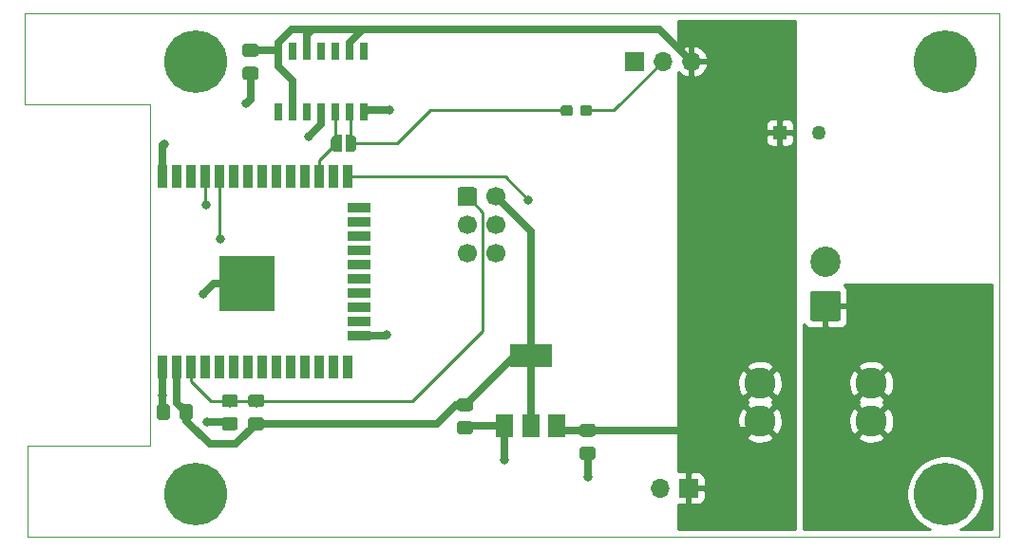
<source format=gbr>
%TF.GenerationSoftware,KiCad,Pcbnew,(5.1.4)-1*%
%TF.CreationDate,2021-02-10T09:57:32+00:00*%
%TF.ProjectId,WLED Module,574c4544-204d-46f6-9475-6c652e6b6963,rev?*%
%TF.SameCoordinates,Original*%
%TF.FileFunction,Copper,L1,Top*%
%TF.FilePolarity,Positive*%
%FSLAX46Y46*%
G04 Gerber Fmt 4.6, Leading zero omitted, Abs format (unit mm)*
G04 Created by KiCad (PCBNEW (5.1.4)-1) date 2021-02-10 09:57:32*
%MOMM*%
%LPD*%
G04 APERTURE LIST*
%ADD10C,0.050000*%
%ADD11C,1.700000*%
%ADD12C,0.100000*%
%ADD13R,0.650000X1.525000*%
%ADD14C,1.275000*%
%ADD15R,1.275000X1.275000*%
%ADD16C,5.600000*%
%ADD17C,2.700000*%
%ADD18C,2.780000*%
%ADD19O,1.700000X1.700000*%
%ADD20R,1.700000X1.700000*%
%ADD21C,1.150000*%
%ADD22C,0.500000*%
%ADD23C,0.950000*%
%ADD24R,5.000000X5.000000*%
%ADD25R,0.900000X2.000000*%
%ADD26R,2.000000X0.900000*%
%ADD27R,3.800000X2.000000*%
%ADD28R,1.500000X2.000000*%
%ADD29C,0.800000*%
%ADD30C,0.635000*%
%ADD31C,0.250000*%
%ADD32C,0.254000*%
G04 APERTURE END LIST*
D10*
X254254000Y-130048000D02*
X259334000Y-130048000D01*
X172466000Y-83312000D02*
X259334000Y-83312000D01*
X259334000Y-83312000D02*
X259334000Y-130048000D01*
X183642000Y-91440000D02*
X182880000Y-91440000D01*
X183642000Y-121920000D02*
X183642000Y-91440000D01*
X182880000Y-121920000D02*
X183642000Y-121920000D01*
X254254000Y-130048000D02*
X172720000Y-130048000D01*
X172466000Y-91440000D02*
X172466000Y-83312000D01*
X182880000Y-91440000D02*
X172466000Y-91440000D01*
X172720000Y-121920000D02*
X182880000Y-121920000D01*
X172720000Y-130048000D02*
X172720000Y-121920000D01*
D11*
X214440000Y-104780000D03*
X214440000Y-102240000D03*
X214440000Y-99700000D03*
X211900000Y-104780000D03*
X211900000Y-102240000D03*
D12*
G36*
X212524504Y-98851204D02*
G01*
X212548773Y-98854804D01*
X212572571Y-98860765D01*
X212595671Y-98869030D01*
X212617849Y-98879520D01*
X212638893Y-98892133D01*
X212658598Y-98906747D01*
X212676777Y-98923223D01*
X212693253Y-98941402D01*
X212707867Y-98961107D01*
X212720480Y-98982151D01*
X212730970Y-99004329D01*
X212739235Y-99027429D01*
X212745196Y-99051227D01*
X212748796Y-99075496D01*
X212750000Y-99100000D01*
X212750000Y-100300000D01*
X212748796Y-100324504D01*
X212745196Y-100348773D01*
X212739235Y-100372571D01*
X212730970Y-100395671D01*
X212720480Y-100417849D01*
X212707867Y-100438893D01*
X212693253Y-100458598D01*
X212676777Y-100476777D01*
X212658598Y-100493253D01*
X212638893Y-100507867D01*
X212617849Y-100520480D01*
X212595671Y-100530970D01*
X212572571Y-100539235D01*
X212548773Y-100545196D01*
X212524504Y-100548796D01*
X212500000Y-100550000D01*
X211300000Y-100550000D01*
X211275496Y-100548796D01*
X211251227Y-100545196D01*
X211227429Y-100539235D01*
X211204329Y-100530970D01*
X211182151Y-100520480D01*
X211161107Y-100507867D01*
X211141402Y-100493253D01*
X211123223Y-100476777D01*
X211106747Y-100458598D01*
X211092133Y-100438893D01*
X211079520Y-100417849D01*
X211069030Y-100395671D01*
X211060765Y-100372571D01*
X211054804Y-100348773D01*
X211051204Y-100324504D01*
X211050000Y-100300000D01*
X211050000Y-99100000D01*
X211051204Y-99075496D01*
X211054804Y-99051227D01*
X211060765Y-99027429D01*
X211069030Y-99004329D01*
X211079520Y-98982151D01*
X211092133Y-98961107D01*
X211106747Y-98941402D01*
X211123223Y-98923223D01*
X211141402Y-98906747D01*
X211161107Y-98892133D01*
X211182151Y-98879520D01*
X211204329Y-98869030D01*
X211227429Y-98860765D01*
X211251227Y-98854804D01*
X211275496Y-98851204D01*
X211300000Y-98850000D01*
X212500000Y-98850000D01*
X212524504Y-98851204D01*
X212524504Y-98851204D01*
G37*
D11*
X211900000Y-99700000D03*
D13*
X195068000Y-86686000D03*
X196338000Y-86686000D03*
X197608000Y-86686000D03*
X198878000Y-86686000D03*
X200148000Y-86686000D03*
X201418000Y-86686000D03*
X202688000Y-86686000D03*
X202688000Y-92110000D03*
X201418000Y-92110000D03*
X200148000Y-92110000D03*
X198878000Y-92110000D03*
X197608000Y-92110000D03*
X196338000Y-92110000D03*
X195068000Y-92110000D03*
D14*
X243276000Y-93980000D03*
D15*
X239776000Y-93980000D03*
D16*
X254508000Y-126238000D03*
X254508000Y-87630000D03*
X187706000Y-126238000D03*
X187706000Y-87630000D03*
D17*
X243840000Y-105514000D03*
D12*
G36*
X244964503Y-108125204D02*
G01*
X244988772Y-108128804D01*
X245012570Y-108134765D01*
X245035670Y-108143030D01*
X245057849Y-108153520D01*
X245078892Y-108166133D01*
X245098598Y-108180748D01*
X245116776Y-108197224D01*
X245133252Y-108215402D01*
X245147867Y-108235108D01*
X245160480Y-108256151D01*
X245170970Y-108278330D01*
X245179235Y-108301430D01*
X245185196Y-108325228D01*
X245188796Y-108349497D01*
X245190000Y-108374001D01*
X245190000Y-110573999D01*
X245188796Y-110598503D01*
X245185196Y-110622772D01*
X245179235Y-110646570D01*
X245170970Y-110669670D01*
X245160480Y-110691849D01*
X245147867Y-110712892D01*
X245133252Y-110732598D01*
X245116776Y-110750776D01*
X245098598Y-110767252D01*
X245078892Y-110781867D01*
X245057849Y-110794480D01*
X245035670Y-110804970D01*
X245012570Y-110813235D01*
X244988772Y-110819196D01*
X244964503Y-110822796D01*
X244939999Y-110824000D01*
X242740001Y-110824000D01*
X242715497Y-110822796D01*
X242691228Y-110819196D01*
X242667430Y-110813235D01*
X242644330Y-110804970D01*
X242622151Y-110794480D01*
X242601108Y-110781867D01*
X242581402Y-110767252D01*
X242563224Y-110750776D01*
X242546748Y-110732598D01*
X242532133Y-110712892D01*
X242519520Y-110691849D01*
X242509030Y-110669670D01*
X242500765Y-110646570D01*
X242494804Y-110622772D01*
X242491204Y-110598503D01*
X242490000Y-110573999D01*
X242490000Y-108374001D01*
X242491204Y-108349497D01*
X242494804Y-108325228D01*
X242500765Y-108301430D01*
X242509030Y-108278330D01*
X242519520Y-108256151D01*
X242532133Y-108235108D01*
X242546748Y-108215402D01*
X242563224Y-108197224D01*
X242581402Y-108180748D01*
X242601108Y-108166133D01*
X242622151Y-108153520D01*
X242644330Y-108143030D01*
X242667430Y-108134765D01*
X242691228Y-108128804D01*
X242715497Y-108125204D01*
X242740001Y-108124000D01*
X244939999Y-108124000D01*
X244964503Y-108125204D01*
X244964503Y-108125204D01*
G37*
D17*
X243840000Y-109474000D03*
D18*
X247918000Y-119732000D03*
X247918000Y-116332000D03*
X237998000Y-119732000D03*
X237998000Y-116332000D03*
D19*
X231902000Y-87630000D03*
X229362000Y-87630000D03*
D20*
X226822000Y-87630000D03*
D12*
G36*
X193060505Y-86053204D02*
G01*
X193084773Y-86056804D01*
X193108572Y-86062765D01*
X193131671Y-86071030D01*
X193153850Y-86081520D01*
X193174893Y-86094132D01*
X193194599Y-86108747D01*
X193212777Y-86125223D01*
X193229253Y-86143401D01*
X193243868Y-86163107D01*
X193256480Y-86184150D01*
X193266970Y-86206329D01*
X193275235Y-86229428D01*
X193281196Y-86253227D01*
X193284796Y-86277495D01*
X193286000Y-86301999D01*
X193286000Y-86952001D01*
X193284796Y-86976505D01*
X193281196Y-87000773D01*
X193275235Y-87024572D01*
X193266970Y-87047671D01*
X193256480Y-87069850D01*
X193243868Y-87090893D01*
X193229253Y-87110599D01*
X193212777Y-87128777D01*
X193194599Y-87145253D01*
X193174893Y-87159868D01*
X193153850Y-87172480D01*
X193131671Y-87182970D01*
X193108572Y-87191235D01*
X193084773Y-87197196D01*
X193060505Y-87200796D01*
X193036001Y-87202000D01*
X192135999Y-87202000D01*
X192111495Y-87200796D01*
X192087227Y-87197196D01*
X192063428Y-87191235D01*
X192040329Y-87182970D01*
X192018150Y-87172480D01*
X191997107Y-87159868D01*
X191977401Y-87145253D01*
X191959223Y-87128777D01*
X191942747Y-87110599D01*
X191928132Y-87090893D01*
X191915520Y-87069850D01*
X191905030Y-87047671D01*
X191896765Y-87024572D01*
X191890804Y-87000773D01*
X191887204Y-86976505D01*
X191886000Y-86952001D01*
X191886000Y-86301999D01*
X191887204Y-86277495D01*
X191890804Y-86253227D01*
X191896765Y-86229428D01*
X191905030Y-86206329D01*
X191915520Y-86184150D01*
X191928132Y-86163107D01*
X191942747Y-86143401D01*
X191959223Y-86125223D01*
X191977401Y-86108747D01*
X191997107Y-86094132D01*
X192018150Y-86081520D01*
X192040329Y-86071030D01*
X192063428Y-86062765D01*
X192087227Y-86056804D01*
X192111495Y-86053204D01*
X192135999Y-86052000D01*
X193036001Y-86052000D01*
X193060505Y-86053204D01*
X193060505Y-86053204D01*
G37*
D21*
X192586000Y-86627000D03*
D12*
G36*
X193060505Y-88103204D02*
G01*
X193084773Y-88106804D01*
X193108572Y-88112765D01*
X193131671Y-88121030D01*
X193153850Y-88131520D01*
X193174893Y-88144132D01*
X193194599Y-88158747D01*
X193212777Y-88175223D01*
X193229253Y-88193401D01*
X193243868Y-88213107D01*
X193256480Y-88234150D01*
X193266970Y-88256329D01*
X193275235Y-88279428D01*
X193281196Y-88303227D01*
X193284796Y-88327495D01*
X193286000Y-88351999D01*
X193286000Y-89002001D01*
X193284796Y-89026505D01*
X193281196Y-89050773D01*
X193275235Y-89074572D01*
X193266970Y-89097671D01*
X193256480Y-89119850D01*
X193243868Y-89140893D01*
X193229253Y-89160599D01*
X193212777Y-89178777D01*
X193194599Y-89195253D01*
X193174893Y-89209868D01*
X193153850Y-89222480D01*
X193131671Y-89232970D01*
X193108572Y-89241235D01*
X193084773Y-89247196D01*
X193060505Y-89250796D01*
X193036001Y-89252000D01*
X192135999Y-89252000D01*
X192111495Y-89250796D01*
X192087227Y-89247196D01*
X192063428Y-89241235D01*
X192040329Y-89232970D01*
X192018150Y-89222480D01*
X191997107Y-89209868D01*
X191977401Y-89195253D01*
X191959223Y-89178777D01*
X191942747Y-89160599D01*
X191928132Y-89140893D01*
X191915520Y-89119850D01*
X191905030Y-89097671D01*
X191896765Y-89074572D01*
X191890804Y-89050773D01*
X191887204Y-89026505D01*
X191886000Y-89002001D01*
X191886000Y-88351999D01*
X191887204Y-88327495D01*
X191890804Y-88303227D01*
X191896765Y-88279428D01*
X191905030Y-88256329D01*
X191915520Y-88234150D01*
X191928132Y-88213107D01*
X191942747Y-88193401D01*
X191959223Y-88175223D01*
X191977401Y-88158747D01*
X191997107Y-88144132D01*
X192018150Y-88131520D01*
X192040329Y-88121030D01*
X192063428Y-88112765D01*
X192087227Y-88106804D01*
X192111495Y-88103204D01*
X192135999Y-88102000D01*
X193036001Y-88102000D01*
X193060505Y-88103204D01*
X193060505Y-88103204D01*
G37*
D21*
X192586000Y-88677000D03*
D12*
G36*
X223116505Y-119981204D02*
G01*
X223140773Y-119984804D01*
X223164572Y-119990765D01*
X223187671Y-119999030D01*
X223209850Y-120009520D01*
X223230893Y-120022132D01*
X223250599Y-120036747D01*
X223268777Y-120053223D01*
X223285253Y-120071401D01*
X223299868Y-120091107D01*
X223312480Y-120112150D01*
X223322970Y-120134329D01*
X223331235Y-120157428D01*
X223337196Y-120181227D01*
X223340796Y-120205495D01*
X223342000Y-120229999D01*
X223342000Y-120880001D01*
X223340796Y-120904505D01*
X223337196Y-120928773D01*
X223331235Y-120952572D01*
X223322970Y-120975671D01*
X223312480Y-120997850D01*
X223299868Y-121018893D01*
X223285253Y-121038599D01*
X223268777Y-121056777D01*
X223250599Y-121073253D01*
X223230893Y-121087868D01*
X223209850Y-121100480D01*
X223187671Y-121110970D01*
X223164572Y-121119235D01*
X223140773Y-121125196D01*
X223116505Y-121128796D01*
X223092001Y-121130000D01*
X222191999Y-121130000D01*
X222167495Y-121128796D01*
X222143227Y-121125196D01*
X222119428Y-121119235D01*
X222096329Y-121110970D01*
X222074150Y-121100480D01*
X222053107Y-121087868D01*
X222033401Y-121073253D01*
X222015223Y-121056777D01*
X221998747Y-121038599D01*
X221984132Y-121018893D01*
X221971520Y-120997850D01*
X221961030Y-120975671D01*
X221952765Y-120952572D01*
X221946804Y-120928773D01*
X221943204Y-120904505D01*
X221942000Y-120880001D01*
X221942000Y-120229999D01*
X221943204Y-120205495D01*
X221946804Y-120181227D01*
X221952765Y-120157428D01*
X221961030Y-120134329D01*
X221971520Y-120112150D01*
X221984132Y-120091107D01*
X221998747Y-120071401D01*
X222015223Y-120053223D01*
X222033401Y-120036747D01*
X222053107Y-120022132D01*
X222074150Y-120009520D01*
X222096329Y-119999030D01*
X222119428Y-119990765D01*
X222143227Y-119984804D01*
X222167495Y-119981204D01*
X222191999Y-119980000D01*
X223092001Y-119980000D01*
X223116505Y-119981204D01*
X223116505Y-119981204D01*
G37*
D21*
X222642000Y-120555000D03*
D12*
G36*
X223116505Y-122031204D02*
G01*
X223140773Y-122034804D01*
X223164572Y-122040765D01*
X223187671Y-122049030D01*
X223209850Y-122059520D01*
X223230893Y-122072132D01*
X223250599Y-122086747D01*
X223268777Y-122103223D01*
X223285253Y-122121401D01*
X223299868Y-122141107D01*
X223312480Y-122162150D01*
X223322970Y-122184329D01*
X223331235Y-122207428D01*
X223337196Y-122231227D01*
X223340796Y-122255495D01*
X223342000Y-122279999D01*
X223342000Y-122930001D01*
X223340796Y-122954505D01*
X223337196Y-122978773D01*
X223331235Y-123002572D01*
X223322970Y-123025671D01*
X223312480Y-123047850D01*
X223299868Y-123068893D01*
X223285253Y-123088599D01*
X223268777Y-123106777D01*
X223250599Y-123123253D01*
X223230893Y-123137868D01*
X223209850Y-123150480D01*
X223187671Y-123160970D01*
X223164572Y-123169235D01*
X223140773Y-123175196D01*
X223116505Y-123178796D01*
X223092001Y-123180000D01*
X222191999Y-123180000D01*
X222167495Y-123178796D01*
X222143227Y-123175196D01*
X222119428Y-123169235D01*
X222096329Y-123160970D01*
X222074150Y-123150480D01*
X222053107Y-123137868D01*
X222033401Y-123123253D01*
X222015223Y-123106777D01*
X221998747Y-123088599D01*
X221984132Y-123068893D01*
X221971520Y-123047850D01*
X221961030Y-123025671D01*
X221952765Y-123002572D01*
X221946804Y-122978773D01*
X221943204Y-122954505D01*
X221942000Y-122930001D01*
X221942000Y-122279999D01*
X221943204Y-122255495D01*
X221946804Y-122231227D01*
X221952765Y-122207428D01*
X221961030Y-122184329D01*
X221971520Y-122162150D01*
X221984132Y-122141107D01*
X221998747Y-122121401D01*
X222015223Y-122103223D01*
X222033401Y-122086747D01*
X222053107Y-122072132D01*
X222074150Y-122059520D01*
X222096329Y-122049030D01*
X222119428Y-122040765D01*
X222143227Y-122034804D01*
X222167495Y-122031204D01*
X222191999Y-122030000D01*
X223092001Y-122030000D01*
X223116505Y-122031204D01*
X223116505Y-122031204D01*
G37*
D21*
X222642000Y-122605000D03*
D12*
G36*
X212194505Y-119745204D02*
G01*
X212218773Y-119748804D01*
X212242572Y-119754765D01*
X212265671Y-119763030D01*
X212287850Y-119773520D01*
X212308893Y-119786132D01*
X212328599Y-119800747D01*
X212346777Y-119817223D01*
X212363253Y-119835401D01*
X212377868Y-119855107D01*
X212390480Y-119876150D01*
X212400970Y-119898329D01*
X212409235Y-119921428D01*
X212415196Y-119945227D01*
X212418796Y-119969495D01*
X212420000Y-119993999D01*
X212420000Y-120644001D01*
X212418796Y-120668505D01*
X212415196Y-120692773D01*
X212409235Y-120716572D01*
X212400970Y-120739671D01*
X212390480Y-120761850D01*
X212377868Y-120782893D01*
X212363253Y-120802599D01*
X212346777Y-120820777D01*
X212328599Y-120837253D01*
X212308893Y-120851868D01*
X212287850Y-120864480D01*
X212265671Y-120874970D01*
X212242572Y-120883235D01*
X212218773Y-120889196D01*
X212194505Y-120892796D01*
X212170001Y-120894000D01*
X211269999Y-120894000D01*
X211245495Y-120892796D01*
X211221227Y-120889196D01*
X211197428Y-120883235D01*
X211174329Y-120874970D01*
X211152150Y-120864480D01*
X211131107Y-120851868D01*
X211111401Y-120837253D01*
X211093223Y-120820777D01*
X211076747Y-120802599D01*
X211062132Y-120782893D01*
X211049520Y-120761850D01*
X211039030Y-120739671D01*
X211030765Y-120716572D01*
X211024804Y-120692773D01*
X211021204Y-120668505D01*
X211020000Y-120644001D01*
X211020000Y-119993999D01*
X211021204Y-119969495D01*
X211024804Y-119945227D01*
X211030765Y-119921428D01*
X211039030Y-119898329D01*
X211049520Y-119876150D01*
X211062132Y-119855107D01*
X211076747Y-119835401D01*
X211093223Y-119817223D01*
X211111401Y-119800747D01*
X211131107Y-119786132D01*
X211152150Y-119773520D01*
X211174329Y-119763030D01*
X211197428Y-119754765D01*
X211221227Y-119748804D01*
X211245495Y-119745204D01*
X211269999Y-119744000D01*
X212170001Y-119744000D01*
X212194505Y-119745204D01*
X212194505Y-119745204D01*
G37*
D21*
X211720000Y-120319000D03*
D12*
G36*
X212194505Y-117695204D02*
G01*
X212218773Y-117698804D01*
X212242572Y-117704765D01*
X212265671Y-117713030D01*
X212287850Y-117723520D01*
X212308893Y-117736132D01*
X212328599Y-117750747D01*
X212346777Y-117767223D01*
X212363253Y-117785401D01*
X212377868Y-117805107D01*
X212390480Y-117826150D01*
X212400970Y-117848329D01*
X212409235Y-117871428D01*
X212415196Y-117895227D01*
X212418796Y-117919495D01*
X212420000Y-117943999D01*
X212420000Y-118594001D01*
X212418796Y-118618505D01*
X212415196Y-118642773D01*
X212409235Y-118666572D01*
X212400970Y-118689671D01*
X212390480Y-118711850D01*
X212377868Y-118732893D01*
X212363253Y-118752599D01*
X212346777Y-118770777D01*
X212328599Y-118787253D01*
X212308893Y-118801868D01*
X212287850Y-118814480D01*
X212265671Y-118824970D01*
X212242572Y-118833235D01*
X212218773Y-118839196D01*
X212194505Y-118842796D01*
X212170001Y-118844000D01*
X211269999Y-118844000D01*
X211245495Y-118842796D01*
X211221227Y-118839196D01*
X211197428Y-118833235D01*
X211174329Y-118824970D01*
X211152150Y-118814480D01*
X211131107Y-118801868D01*
X211111401Y-118787253D01*
X211093223Y-118770777D01*
X211076747Y-118752599D01*
X211062132Y-118732893D01*
X211049520Y-118711850D01*
X211039030Y-118689671D01*
X211030765Y-118666572D01*
X211024804Y-118642773D01*
X211021204Y-118618505D01*
X211020000Y-118594001D01*
X211020000Y-117943999D01*
X211021204Y-117919495D01*
X211024804Y-117895227D01*
X211030765Y-117871428D01*
X211039030Y-117848329D01*
X211049520Y-117826150D01*
X211062132Y-117805107D01*
X211076747Y-117785401D01*
X211093223Y-117767223D01*
X211111401Y-117750747D01*
X211131107Y-117736132D01*
X211152150Y-117723520D01*
X211174329Y-117713030D01*
X211197428Y-117704765D01*
X211221227Y-117698804D01*
X211245495Y-117695204D01*
X211269999Y-117694000D01*
X212170001Y-117694000D01*
X212194505Y-117695204D01*
X212194505Y-117695204D01*
G37*
D21*
X211720000Y-118269000D03*
D12*
G36*
X187218505Y-118217204D02*
G01*
X187242773Y-118220804D01*
X187266572Y-118226765D01*
X187289671Y-118235030D01*
X187311850Y-118245520D01*
X187332893Y-118258132D01*
X187352599Y-118272747D01*
X187370777Y-118289223D01*
X187387253Y-118307401D01*
X187401868Y-118327107D01*
X187414480Y-118348150D01*
X187424970Y-118370329D01*
X187433235Y-118393428D01*
X187439196Y-118417227D01*
X187442796Y-118441495D01*
X187444000Y-118465999D01*
X187444000Y-119366001D01*
X187442796Y-119390505D01*
X187439196Y-119414773D01*
X187433235Y-119438572D01*
X187424970Y-119461671D01*
X187414480Y-119483850D01*
X187401868Y-119504893D01*
X187387253Y-119524599D01*
X187370777Y-119542777D01*
X187352599Y-119559253D01*
X187332893Y-119573868D01*
X187311850Y-119586480D01*
X187289671Y-119596970D01*
X187266572Y-119605235D01*
X187242773Y-119611196D01*
X187218505Y-119614796D01*
X187194001Y-119616000D01*
X186543999Y-119616000D01*
X186519495Y-119614796D01*
X186495227Y-119611196D01*
X186471428Y-119605235D01*
X186448329Y-119596970D01*
X186426150Y-119586480D01*
X186405107Y-119573868D01*
X186385401Y-119559253D01*
X186367223Y-119542777D01*
X186350747Y-119524599D01*
X186336132Y-119504893D01*
X186323520Y-119483850D01*
X186313030Y-119461671D01*
X186304765Y-119438572D01*
X186298804Y-119414773D01*
X186295204Y-119390505D01*
X186294000Y-119366001D01*
X186294000Y-118465999D01*
X186295204Y-118441495D01*
X186298804Y-118417227D01*
X186304765Y-118393428D01*
X186313030Y-118370329D01*
X186323520Y-118348150D01*
X186336132Y-118327107D01*
X186350747Y-118307401D01*
X186367223Y-118289223D01*
X186385401Y-118272747D01*
X186405107Y-118258132D01*
X186426150Y-118245520D01*
X186448329Y-118235030D01*
X186471428Y-118226765D01*
X186495227Y-118220804D01*
X186519495Y-118217204D01*
X186543999Y-118216000D01*
X187194001Y-118216000D01*
X187218505Y-118217204D01*
X187218505Y-118217204D01*
G37*
D21*
X186869000Y-118916000D03*
D12*
G36*
X185168505Y-118217204D02*
G01*
X185192773Y-118220804D01*
X185216572Y-118226765D01*
X185239671Y-118235030D01*
X185261850Y-118245520D01*
X185282893Y-118258132D01*
X185302599Y-118272747D01*
X185320777Y-118289223D01*
X185337253Y-118307401D01*
X185351868Y-118327107D01*
X185364480Y-118348150D01*
X185374970Y-118370329D01*
X185383235Y-118393428D01*
X185389196Y-118417227D01*
X185392796Y-118441495D01*
X185394000Y-118465999D01*
X185394000Y-119366001D01*
X185392796Y-119390505D01*
X185389196Y-119414773D01*
X185383235Y-119438572D01*
X185374970Y-119461671D01*
X185364480Y-119483850D01*
X185351868Y-119504893D01*
X185337253Y-119524599D01*
X185320777Y-119542777D01*
X185302599Y-119559253D01*
X185282893Y-119573868D01*
X185261850Y-119586480D01*
X185239671Y-119596970D01*
X185216572Y-119605235D01*
X185192773Y-119611196D01*
X185168505Y-119614796D01*
X185144001Y-119616000D01*
X184493999Y-119616000D01*
X184469495Y-119614796D01*
X184445227Y-119611196D01*
X184421428Y-119605235D01*
X184398329Y-119596970D01*
X184376150Y-119586480D01*
X184355107Y-119573868D01*
X184335401Y-119559253D01*
X184317223Y-119542777D01*
X184300747Y-119524599D01*
X184286132Y-119504893D01*
X184273520Y-119483850D01*
X184263030Y-119461671D01*
X184254765Y-119438572D01*
X184248804Y-119414773D01*
X184245204Y-119390505D01*
X184244000Y-119366001D01*
X184244000Y-118465999D01*
X184245204Y-118441495D01*
X184248804Y-118417227D01*
X184254765Y-118393428D01*
X184263030Y-118370329D01*
X184273520Y-118348150D01*
X184286132Y-118327107D01*
X184300747Y-118307401D01*
X184317223Y-118289223D01*
X184335401Y-118272747D01*
X184355107Y-118258132D01*
X184376150Y-118245520D01*
X184398329Y-118235030D01*
X184421428Y-118226765D01*
X184445227Y-118220804D01*
X184469495Y-118217204D01*
X184493999Y-118216000D01*
X185144001Y-118216000D01*
X185168505Y-118217204D01*
X185168505Y-118217204D01*
G37*
D21*
X184819000Y-118916000D03*
D12*
G36*
X191224505Y-117351204D02*
G01*
X191248773Y-117354804D01*
X191272572Y-117360765D01*
X191295671Y-117369030D01*
X191317850Y-117379520D01*
X191338893Y-117392132D01*
X191358599Y-117406747D01*
X191376777Y-117423223D01*
X191393253Y-117441401D01*
X191407868Y-117461107D01*
X191420480Y-117482150D01*
X191430970Y-117504329D01*
X191439235Y-117527428D01*
X191445196Y-117551227D01*
X191448796Y-117575495D01*
X191450000Y-117599999D01*
X191450000Y-118250001D01*
X191448796Y-118274505D01*
X191445196Y-118298773D01*
X191439235Y-118322572D01*
X191430970Y-118345671D01*
X191420480Y-118367850D01*
X191407868Y-118388893D01*
X191393253Y-118408599D01*
X191376777Y-118426777D01*
X191358599Y-118443253D01*
X191338893Y-118457868D01*
X191317850Y-118470480D01*
X191295671Y-118480970D01*
X191272572Y-118489235D01*
X191248773Y-118495196D01*
X191224505Y-118498796D01*
X191200001Y-118500000D01*
X190299999Y-118500000D01*
X190275495Y-118498796D01*
X190251227Y-118495196D01*
X190227428Y-118489235D01*
X190204329Y-118480970D01*
X190182150Y-118470480D01*
X190161107Y-118457868D01*
X190141401Y-118443253D01*
X190123223Y-118426777D01*
X190106747Y-118408599D01*
X190092132Y-118388893D01*
X190079520Y-118367850D01*
X190069030Y-118345671D01*
X190060765Y-118322572D01*
X190054804Y-118298773D01*
X190051204Y-118274505D01*
X190050000Y-118250001D01*
X190050000Y-117599999D01*
X190051204Y-117575495D01*
X190054804Y-117551227D01*
X190060765Y-117527428D01*
X190069030Y-117504329D01*
X190079520Y-117482150D01*
X190092132Y-117461107D01*
X190106747Y-117441401D01*
X190123223Y-117423223D01*
X190141401Y-117406747D01*
X190161107Y-117392132D01*
X190182150Y-117379520D01*
X190204329Y-117369030D01*
X190227428Y-117360765D01*
X190251227Y-117354804D01*
X190275495Y-117351204D01*
X190299999Y-117350000D01*
X191200001Y-117350000D01*
X191224505Y-117351204D01*
X191224505Y-117351204D01*
G37*
D21*
X190750000Y-117925000D03*
D12*
G36*
X191224505Y-119401204D02*
G01*
X191248773Y-119404804D01*
X191272572Y-119410765D01*
X191295671Y-119419030D01*
X191317850Y-119429520D01*
X191338893Y-119442132D01*
X191358599Y-119456747D01*
X191376777Y-119473223D01*
X191393253Y-119491401D01*
X191407868Y-119511107D01*
X191420480Y-119532150D01*
X191430970Y-119554329D01*
X191439235Y-119577428D01*
X191445196Y-119601227D01*
X191448796Y-119625495D01*
X191450000Y-119649999D01*
X191450000Y-120300001D01*
X191448796Y-120324505D01*
X191445196Y-120348773D01*
X191439235Y-120372572D01*
X191430970Y-120395671D01*
X191420480Y-120417850D01*
X191407868Y-120438893D01*
X191393253Y-120458599D01*
X191376777Y-120476777D01*
X191358599Y-120493253D01*
X191338893Y-120507868D01*
X191317850Y-120520480D01*
X191295671Y-120530970D01*
X191272572Y-120539235D01*
X191248773Y-120545196D01*
X191224505Y-120548796D01*
X191200001Y-120550000D01*
X190299999Y-120550000D01*
X190275495Y-120548796D01*
X190251227Y-120545196D01*
X190227428Y-120539235D01*
X190204329Y-120530970D01*
X190182150Y-120520480D01*
X190161107Y-120507868D01*
X190141401Y-120493253D01*
X190123223Y-120476777D01*
X190106747Y-120458599D01*
X190092132Y-120438893D01*
X190079520Y-120417850D01*
X190069030Y-120395671D01*
X190060765Y-120372572D01*
X190054804Y-120348773D01*
X190051204Y-120324505D01*
X190050000Y-120300001D01*
X190050000Y-119649999D01*
X190051204Y-119625495D01*
X190054804Y-119601227D01*
X190060765Y-119577428D01*
X190069030Y-119554329D01*
X190079520Y-119532150D01*
X190092132Y-119511107D01*
X190106747Y-119491401D01*
X190123223Y-119473223D01*
X190141401Y-119456747D01*
X190161107Y-119442132D01*
X190182150Y-119429520D01*
X190204329Y-119419030D01*
X190227428Y-119410765D01*
X190251227Y-119404804D01*
X190275495Y-119401204D01*
X190299999Y-119400000D01*
X191200001Y-119400000D01*
X191224505Y-119401204D01*
X191224505Y-119401204D01*
G37*
D21*
X190750000Y-119975000D03*
D22*
X201550000Y-94950000D03*
D12*
G36*
X201050000Y-94200000D02*
G01*
X201550000Y-94200000D01*
X201550000Y-94200602D01*
X201574534Y-94200602D01*
X201623365Y-94205412D01*
X201671490Y-94214984D01*
X201718445Y-94229228D01*
X201763778Y-94248005D01*
X201807051Y-94271136D01*
X201847850Y-94298396D01*
X201885779Y-94329524D01*
X201920476Y-94364221D01*
X201951604Y-94402150D01*
X201978864Y-94442949D01*
X202001995Y-94486222D01*
X202020772Y-94531555D01*
X202035016Y-94578510D01*
X202044588Y-94626635D01*
X202049398Y-94675466D01*
X202049398Y-94700000D01*
X202050000Y-94700000D01*
X202050000Y-95200000D01*
X202049398Y-95200000D01*
X202049398Y-95224534D01*
X202044588Y-95273365D01*
X202035016Y-95321490D01*
X202020772Y-95368445D01*
X202001995Y-95413778D01*
X201978864Y-95457051D01*
X201951604Y-95497850D01*
X201920476Y-95535779D01*
X201885779Y-95570476D01*
X201847850Y-95601604D01*
X201807051Y-95628864D01*
X201763778Y-95651995D01*
X201718445Y-95670772D01*
X201671490Y-95685016D01*
X201623365Y-95694588D01*
X201574534Y-95699398D01*
X201550000Y-95699398D01*
X201550000Y-95700000D01*
X201050000Y-95700000D01*
X201050000Y-94200000D01*
X201050000Y-94200000D01*
G37*
D22*
X200250000Y-94950000D03*
D12*
G36*
X200250000Y-95699398D02*
G01*
X200225466Y-95699398D01*
X200176635Y-95694588D01*
X200128510Y-95685016D01*
X200081555Y-95670772D01*
X200036222Y-95651995D01*
X199992949Y-95628864D01*
X199952150Y-95601604D01*
X199914221Y-95570476D01*
X199879524Y-95535779D01*
X199848396Y-95497850D01*
X199821136Y-95457051D01*
X199798005Y-95413778D01*
X199779228Y-95368445D01*
X199764984Y-95321490D01*
X199755412Y-95273365D01*
X199750602Y-95224534D01*
X199750602Y-95200000D01*
X199750000Y-95200000D01*
X199750000Y-94700000D01*
X199750602Y-94700000D01*
X199750602Y-94675466D01*
X199755412Y-94626635D01*
X199764984Y-94578510D01*
X199779228Y-94531555D01*
X199798005Y-94486222D01*
X199821136Y-94442949D01*
X199848396Y-94402150D01*
X199879524Y-94364221D01*
X199914221Y-94329524D01*
X199952150Y-94298396D01*
X199992949Y-94271136D01*
X200036222Y-94248005D01*
X200081555Y-94229228D01*
X200128510Y-94214984D01*
X200176635Y-94205412D01*
X200225466Y-94200602D01*
X200250000Y-94200602D01*
X200250000Y-94200000D01*
X200750000Y-94200000D01*
X200750000Y-95700000D01*
X200250000Y-95700000D01*
X200250000Y-95699398D01*
X200250000Y-95699398D01*
G37*
G36*
X222835779Y-91526144D02*
G01*
X222858834Y-91529563D01*
X222881443Y-91535227D01*
X222903387Y-91543079D01*
X222924457Y-91553044D01*
X222944448Y-91565026D01*
X222963168Y-91578910D01*
X222980438Y-91594562D01*
X222996090Y-91611832D01*
X223009974Y-91630552D01*
X223021956Y-91650543D01*
X223031921Y-91671613D01*
X223039773Y-91693557D01*
X223045437Y-91716166D01*
X223048856Y-91739221D01*
X223050000Y-91762500D01*
X223050000Y-92237500D01*
X223048856Y-92260779D01*
X223045437Y-92283834D01*
X223039773Y-92306443D01*
X223031921Y-92328387D01*
X223021956Y-92349457D01*
X223009974Y-92369448D01*
X222996090Y-92388168D01*
X222980438Y-92405438D01*
X222963168Y-92421090D01*
X222944448Y-92434974D01*
X222924457Y-92446956D01*
X222903387Y-92456921D01*
X222881443Y-92464773D01*
X222858834Y-92470437D01*
X222835779Y-92473856D01*
X222812500Y-92475000D01*
X222237500Y-92475000D01*
X222214221Y-92473856D01*
X222191166Y-92470437D01*
X222168557Y-92464773D01*
X222146613Y-92456921D01*
X222125543Y-92446956D01*
X222105552Y-92434974D01*
X222086832Y-92421090D01*
X222069562Y-92405438D01*
X222053910Y-92388168D01*
X222040026Y-92369448D01*
X222028044Y-92349457D01*
X222018079Y-92328387D01*
X222010227Y-92306443D01*
X222004563Y-92283834D01*
X222001144Y-92260779D01*
X222000000Y-92237500D01*
X222000000Y-91762500D01*
X222001144Y-91739221D01*
X222004563Y-91716166D01*
X222010227Y-91693557D01*
X222018079Y-91671613D01*
X222028044Y-91650543D01*
X222040026Y-91630552D01*
X222053910Y-91611832D01*
X222069562Y-91594562D01*
X222086832Y-91578910D01*
X222105552Y-91565026D01*
X222125543Y-91553044D01*
X222146613Y-91543079D01*
X222168557Y-91535227D01*
X222191166Y-91529563D01*
X222214221Y-91526144D01*
X222237500Y-91525000D01*
X222812500Y-91525000D01*
X222835779Y-91526144D01*
X222835779Y-91526144D01*
G37*
D23*
X222525000Y-92000000D03*
D12*
G36*
X221085779Y-91526144D02*
G01*
X221108834Y-91529563D01*
X221131443Y-91535227D01*
X221153387Y-91543079D01*
X221174457Y-91553044D01*
X221194448Y-91565026D01*
X221213168Y-91578910D01*
X221230438Y-91594562D01*
X221246090Y-91611832D01*
X221259974Y-91630552D01*
X221271956Y-91650543D01*
X221281921Y-91671613D01*
X221289773Y-91693557D01*
X221295437Y-91716166D01*
X221298856Y-91739221D01*
X221300000Y-91762500D01*
X221300000Y-92237500D01*
X221298856Y-92260779D01*
X221295437Y-92283834D01*
X221289773Y-92306443D01*
X221281921Y-92328387D01*
X221271956Y-92349457D01*
X221259974Y-92369448D01*
X221246090Y-92388168D01*
X221230438Y-92405438D01*
X221213168Y-92421090D01*
X221194448Y-92434974D01*
X221174457Y-92446956D01*
X221153387Y-92456921D01*
X221131443Y-92464773D01*
X221108834Y-92470437D01*
X221085779Y-92473856D01*
X221062500Y-92475000D01*
X220487500Y-92475000D01*
X220464221Y-92473856D01*
X220441166Y-92470437D01*
X220418557Y-92464773D01*
X220396613Y-92456921D01*
X220375543Y-92446956D01*
X220355552Y-92434974D01*
X220336832Y-92421090D01*
X220319562Y-92405438D01*
X220303910Y-92388168D01*
X220290026Y-92369448D01*
X220278044Y-92349457D01*
X220268079Y-92328387D01*
X220260227Y-92306443D01*
X220254563Y-92283834D01*
X220251144Y-92260779D01*
X220250000Y-92237500D01*
X220250000Y-91762500D01*
X220251144Y-91739221D01*
X220254563Y-91716166D01*
X220260227Y-91693557D01*
X220268079Y-91671613D01*
X220278044Y-91650543D01*
X220290026Y-91630552D01*
X220303910Y-91611832D01*
X220319562Y-91594562D01*
X220336832Y-91578910D01*
X220355552Y-91565026D01*
X220375543Y-91553044D01*
X220396613Y-91543079D01*
X220418557Y-91535227D01*
X220441166Y-91529563D01*
X220464221Y-91526144D01*
X220487500Y-91525000D01*
X221062500Y-91525000D01*
X221085779Y-91526144D01*
X221085779Y-91526144D01*
G37*
D23*
X220775000Y-92000000D03*
D12*
G36*
X193574505Y-119401204D02*
G01*
X193598773Y-119404804D01*
X193622572Y-119410765D01*
X193645671Y-119419030D01*
X193667850Y-119429520D01*
X193688893Y-119442132D01*
X193708599Y-119456747D01*
X193726777Y-119473223D01*
X193743253Y-119491401D01*
X193757868Y-119511107D01*
X193770480Y-119532150D01*
X193780970Y-119554329D01*
X193789235Y-119577428D01*
X193795196Y-119601227D01*
X193798796Y-119625495D01*
X193800000Y-119649999D01*
X193800000Y-120300001D01*
X193798796Y-120324505D01*
X193795196Y-120348773D01*
X193789235Y-120372572D01*
X193780970Y-120395671D01*
X193770480Y-120417850D01*
X193757868Y-120438893D01*
X193743253Y-120458599D01*
X193726777Y-120476777D01*
X193708599Y-120493253D01*
X193688893Y-120507868D01*
X193667850Y-120520480D01*
X193645671Y-120530970D01*
X193622572Y-120539235D01*
X193598773Y-120545196D01*
X193574505Y-120548796D01*
X193550001Y-120550000D01*
X192649999Y-120550000D01*
X192625495Y-120548796D01*
X192601227Y-120545196D01*
X192577428Y-120539235D01*
X192554329Y-120530970D01*
X192532150Y-120520480D01*
X192511107Y-120507868D01*
X192491401Y-120493253D01*
X192473223Y-120476777D01*
X192456747Y-120458599D01*
X192442132Y-120438893D01*
X192429520Y-120417850D01*
X192419030Y-120395671D01*
X192410765Y-120372572D01*
X192404804Y-120348773D01*
X192401204Y-120324505D01*
X192400000Y-120300001D01*
X192400000Y-119649999D01*
X192401204Y-119625495D01*
X192404804Y-119601227D01*
X192410765Y-119577428D01*
X192419030Y-119554329D01*
X192429520Y-119532150D01*
X192442132Y-119511107D01*
X192456747Y-119491401D01*
X192473223Y-119473223D01*
X192491401Y-119456747D01*
X192511107Y-119442132D01*
X192532150Y-119429520D01*
X192554329Y-119419030D01*
X192577428Y-119410765D01*
X192601227Y-119404804D01*
X192625495Y-119401204D01*
X192649999Y-119400000D01*
X193550001Y-119400000D01*
X193574505Y-119401204D01*
X193574505Y-119401204D01*
G37*
D21*
X193100000Y-119975000D03*
D12*
G36*
X193574505Y-117351204D02*
G01*
X193598773Y-117354804D01*
X193622572Y-117360765D01*
X193645671Y-117369030D01*
X193667850Y-117379520D01*
X193688893Y-117392132D01*
X193708599Y-117406747D01*
X193726777Y-117423223D01*
X193743253Y-117441401D01*
X193757868Y-117461107D01*
X193770480Y-117482150D01*
X193780970Y-117504329D01*
X193789235Y-117527428D01*
X193795196Y-117551227D01*
X193798796Y-117575495D01*
X193800000Y-117599999D01*
X193800000Y-118250001D01*
X193798796Y-118274505D01*
X193795196Y-118298773D01*
X193789235Y-118322572D01*
X193780970Y-118345671D01*
X193770480Y-118367850D01*
X193757868Y-118388893D01*
X193743253Y-118408599D01*
X193726777Y-118426777D01*
X193708599Y-118443253D01*
X193688893Y-118457868D01*
X193667850Y-118470480D01*
X193645671Y-118480970D01*
X193622572Y-118489235D01*
X193598773Y-118495196D01*
X193574505Y-118498796D01*
X193550001Y-118500000D01*
X192649999Y-118500000D01*
X192625495Y-118498796D01*
X192601227Y-118495196D01*
X192577428Y-118489235D01*
X192554329Y-118480970D01*
X192532150Y-118470480D01*
X192511107Y-118457868D01*
X192491401Y-118443253D01*
X192473223Y-118426777D01*
X192456747Y-118408599D01*
X192442132Y-118388893D01*
X192429520Y-118367850D01*
X192419030Y-118345671D01*
X192410765Y-118322572D01*
X192404804Y-118298773D01*
X192401204Y-118274505D01*
X192400000Y-118250001D01*
X192400000Y-117599999D01*
X192401204Y-117575495D01*
X192404804Y-117551227D01*
X192410765Y-117527428D01*
X192419030Y-117504329D01*
X192429520Y-117482150D01*
X192442132Y-117461107D01*
X192456747Y-117441401D01*
X192473223Y-117423223D01*
X192491401Y-117406747D01*
X192511107Y-117392132D01*
X192532150Y-117379520D01*
X192554329Y-117369030D01*
X192577428Y-117360765D01*
X192601227Y-117354804D01*
X192625495Y-117351204D01*
X192649999Y-117350000D01*
X193550001Y-117350000D01*
X193574505Y-117351204D01*
X193574505Y-117351204D01*
G37*
D21*
X193100000Y-117925000D03*
D24*
X192285000Y-107426000D03*
D25*
X184785000Y-114926000D03*
X186055000Y-114926000D03*
X187325000Y-114926000D03*
X188595000Y-114926000D03*
X189865000Y-114926000D03*
X191135000Y-114926000D03*
X192405000Y-114926000D03*
X193675000Y-114926000D03*
X194945000Y-114926000D03*
X196215000Y-114926000D03*
X197485000Y-114926000D03*
X198755000Y-114926000D03*
X200025000Y-114926000D03*
X201295000Y-114926000D03*
D26*
X202295000Y-112141000D03*
X202295000Y-110871000D03*
X202295000Y-109601000D03*
X202295000Y-108331000D03*
X202295000Y-107061000D03*
X202295000Y-105791000D03*
X202295000Y-104521000D03*
X202295000Y-103251000D03*
X202295000Y-101981000D03*
X202295000Y-100711000D03*
D25*
X201295000Y-97926000D03*
X200025000Y-97926000D03*
X198755000Y-97926000D03*
X197485000Y-97926000D03*
X196215000Y-97926000D03*
X194945000Y-97926000D03*
X193675000Y-97926000D03*
X192405000Y-97926000D03*
X191135000Y-97926000D03*
X189865000Y-97926000D03*
X188595000Y-97926000D03*
X187325000Y-97926000D03*
X186055000Y-97926000D03*
X184785000Y-97926000D03*
D27*
X217562000Y-113858000D03*
D28*
X217562000Y-120158000D03*
X219862000Y-120158000D03*
X215262000Y-120158000D03*
D20*
X231648000Y-125730000D03*
D19*
X229108000Y-125730000D03*
D29*
X204724000Y-112014000D03*
X184785000Y-117475000D03*
X184912000Y-94996000D03*
X188750000Y-119850000D03*
X188350000Y-108400000D03*
X197800000Y-94300000D03*
X204950000Y-91950000D03*
X192200000Y-91400000D03*
X215250000Y-123200000D03*
X222650000Y-124700000D03*
X188600000Y-100450000D03*
X189900000Y-103450000D03*
X217350000Y-100000000D03*
D30*
X222642000Y-120555000D02*
X219862000Y-120555000D01*
X196338000Y-89353500D02*
X196338000Y-92110000D01*
X195068000Y-88083500D02*
X196338000Y-89353500D01*
X195068000Y-86686000D02*
X195068000Y-88083500D01*
X229022000Y-84750000D02*
X231902000Y-87630000D01*
X202604998Y-84750000D02*
X202850000Y-84750000D01*
X201418000Y-85936998D02*
X202604998Y-84750000D01*
X202850000Y-84750000D02*
X229022000Y-84750000D01*
X201418000Y-86686000D02*
X201418000Y-85936998D01*
X195009000Y-86627000D02*
X195068000Y-86686000D01*
X192586000Y-86627000D02*
X195009000Y-86627000D01*
X195068000Y-85936998D02*
X196254998Y-84750000D01*
X195068000Y-86686000D02*
X195068000Y-85936998D01*
X198146500Y-84750000D02*
X199000000Y-84750000D01*
X197608000Y-85288500D02*
X198146500Y-84750000D01*
X197608000Y-86686000D02*
X197608000Y-85288500D01*
X199000000Y-84750000D02*
X202850000Y-84750000D01*
X197608000Y-84958000D02*
X197400000Y-84750000D01*
X197608000Y-85288500D02*
X197608000Y-84958000D01*
X196254998Y-84750000D02*
X197400000Y-84750000D01*
X197400000Y-84750000D02*
X199000000Y-84750000D01*
X237175000Y-120555000D02*
X237998000Y-119732000D01*
X222642000Y-120555000D02*
X237175000Y-120555000D01*
X215262000Y-120158000D02*
X211720000Y-120158000D01*
X202295000Y-112141000D02*
X204597000Y-112141000D01*
X204597000Y-112141000D02*
X204724000Y-112014000D01*
X184785000Y-97926000D02*
X184785000Y-95123000D01*
X184785000Y-95123000D02*
X184912000Y-94996000D01*
X184785000Y-114926000D02*
X184785000Y-117475000D01*
X184785000Y-118882000D02*
X184819000Y-118916000D01*
X184785000Y-117475000D02*
X184785000Y-118882000D01*
X190625000Y-119850000D02*
X190750000Y-119975000D01*
X188750000Y-119850000D02*
X190625000Y-119850000D01*
X189324000Y-107426000D02*
X188350000Y-108400000D01*
X192285000Y-107426000D02*
X189324000Y-107426000D01*
X192659000Y-88750000D02*
X192586000Y-88677000D01*
X202778000Y-92200000D02*
X202688000Y-92110000D01*
X192425000Y-88838000D02*
X192586000Y-88677000D01*
X198878000Y-93222000D02*
X198878000Y-92110000D01*
X197800000Y-94300000D02*
X198878000Y-93222000D01*
X202848000Y-91950000D02*
X202688000Y-92110000D01*
X204950000Y-91950000D02*
X202848000Y-91950000D01*
X192586000Y-91014000D02*
X192200000Y-91400000D01*
X192586000Y-88677000D02*
X192586000Y-91014000D01*
X222650000Y-122613000D02*
X222642000Y-122605000D01*
X222650000Y-124700000D02*
X222650000Y-122613000D01*
X215250000Y-120170000D02*
X215262000Y-120158000D01*
X215250000Y-123200000D02*
X215250000Y-120170000D01*
X217562000Y-120158000D02*
X217562000Y-113858000D01*
X216131000Y-113858000D02*
X211720000Y-118269000D01*
X217562000Y-113858000D02*
X216131000Y-113858000D01*
X186871999Y-118913001D02*
X186869000Y-118916000D01*
X186869000Y-118916000D02*
X186869000Y-118569000D01*
X218225000Y-113195000D02*
X217562000Y-113858000D01*
X187130000Y-118655000D02*
X186869000Y-118916000D01*
X186869000Y-118916000D02*
X186679426Y-118916000D01*
X186055000Y-118102000D02*
X186869000Y-118916000D01*
X186055000Y-114926000D02*
X186055000Y-118102000D01*
X209214000Y-119975000D02*
X193100000Y-119975000D01*
X210920000Y-118269000D02*
X209214000Y-119975000D01*
X211720000Y-118269000D02*
X210920000Y-118269000D01*
X193100000Y-119975000D02*
X191275000Y-121800000D01*
X186869000Y-119716000D02*
X186869000Y-118916000D01*
X188953000Y-121800000D02*
X186869000Y-119716000D01*
X191275000Y-121800000D02*
X188953000Y-121800000D01*
X217562000Y-102822000D02*
X217562000Y-113858000D01*
X214440000Y-99700000D02*
X217562000Y-102822000D01*
D31*
X190524000Y-117925000D02*
X190750000Y-117925000D01*
X190750000Y-117925000D02*
X193100000Y-117925000D01*
X189074000Y-117925000D02*
X190750000Y-117925000D01*
X187325000Y-116176000D02*
X189074000Y-117925000D01*
X187325000Y-114926000D02*
X187325000Y-116176000D01*
X193100000Y-117925000D02*
X207025000Y-117925000D01*
X213264999Y-101064999D02*
X211900000Y-99700000D01*
X213264999Y-111685001D02*
X213264999Y-101064999D01*
X207025000Y-117925000D02*
X213264999Y-111685001D01*
X188595000Y-100445000D02*
X188600000Y-100450000D01*
X188595000Y-97926000D02*
X188595000Y-100445000D01*
X189865000Y-97926000D02*
X189865000Y-103415000D01*
X189865000Y-103415000D02*
X189900000Y-103450000D01*
X224992000Y-92000000D02*
X222525000Y-92000000D01*
X229362000Y-87630000D02*
X224992000Y-92000000D01*
X201431000Y-97790000D02*
X201295000Y-97926000D01*
X201295000Y-97926000D02*
X215276000Y-97926000D01*
X215276000Y-97926000D02*
X217350000Y-100000000D01*
X201550000Y-94950000D02*
X201550000Y-92110000D01*
X220775000Y-92000000D02*
X208650000Y-92000000D01*
X205700000Y-94950000D02*
X201550000Y-94950000D01*
X208650000Y-92000000D02*
X205700000Y-94950000D01*
X200148000Y-92110000D02*
X200148000Y-94950000D01*
X198755000Y-96445000D02*
X198755000Y-97926000D01*
X200250000Y-94950000D02*
X198755000Y-96445000D01*
D32*
G36*
X241173000Y-129388000D02*
G01*
X230759000Y-129388000D01*
X230759000Y-127214231D01*
X230798000Y-127218072D01*
X231362250Y-127215000D01*
X231521000Y-127056250D01*
X231521000Y-125857000D01*
X231775000Y-125857000D01*
X231775000Y-127056250D01*
X231933750Y-127215000D01*
X232498000Y-127218072D01*
X232622482Y-127205812D01*
X232742180Y-127169502D01*
X232852494Y-127110537D01*
X232949185Y-127031185D01*
X233028537Y-126934494D01*
X233087502Y-126824180D01*
X233123812Y-126704482D01*
X233136072Y-126580000D01*
X233133000Y-126015750D01*
X232974250Y-125857000D01*
X231775000Y-125857000D01*
X231521000Y-125857000D01*
X231501000Y-125857000D01*
X231501000Y-125603000D01*
X231521000Y-125603000D01*
X231521000Y-124403750D01*
X231775000Y-124403750D01*
X231775000Y-125603000D01*
X232974250Y-125603000D01*
X233133000Y-125444250D01*
X233136072Y-124880000D01*
X233123812Y-124755518D01*
X233087502Y-124635820D01*
X233028537Y-124525506D01*
X232949185Y-124428815D01*
X232852494Y-124349463D01*
X232742180Y-124290498D01*
X232622482Y-124254188D01*
X232498000Y-124241928D01*
X231933750Y-124245000D01*
X231775000Y-124403750D01*
X231521000Y-124403750D01*
X231362250Y-124245000D01*
X230798000Y-124241928D01*
X230759000Y-124245769D01*
X230759000Y-121145325D01*
X236764280Y-121145325D01*
X236907052Y-121449625D01*
X237263107Y-121629455D01*
X237647402Y-121736366D01*
X238045171Y-121766251D01*
X238441128Y-121717961D01*
X238820055Y-121593352D01*
X239088948Y-121449625D01*
X239231720Y-121145325D01*
X237998000Y-119911605D01*
X236764280Y-121145325D01*
X230759000Y-121145325D01*
X230759000Y-119779171D01*
X235963749Y-119779171D01*
X236012039Y-120175128D01*
X236136648Y-120554055D01*
X236280375Y-120822948D01*
X236584675Y-120965720D01*
X237818395Y-119732000D01*
X238177605Y-119732000D01*
X239411325Y-120965720D01*
X239715625Y-120822948D01*
X239895455Y-120466893D01*
X240002366Y-120082598D01*
X240032251Y-119684829D01*
X239983961Y-119288872D01*
X239859352Y-118909945D01*
X239715625Y-118641052D01*
X239411325Y-118498280D01*
X238177605Y-119732000D01*
X237818395Y-119732000D01*
X236584675Y-118498280D01*
X236280375Y-118641052D01*
X236100545Y-118997107D01*
X235993634Y-119381402D01*
X235963749Y-119779171D01*
X230759000Y-119779171D01*
X230759000Y-117745325D01*
X236764280Y-117745325D01*
X236898783Y-118032000D01*
X236764280Y-118318675D01*
X237998000Y-119552395D01*
X239231720Y-118318675D01*
X239097217Y-118032000D01*
X239231720Y-117745325D01*
X237998000Y-116511605D01*
X236764280Y-117745325D01*
X230759000Y-117745325D01*
X230759000Y-116379171D01*
X235963749Y-116379171D01*
X236012039Y-116775128D01*
X236136648Y-117154055D01*
X236280375Y-117422948D01*
X236584675Y-117565720D01*
X237818395Y-116332000D01*
X238177605Y-116332000D01*
X239411325Y-117565720D01*
X239715625Y-117422948D01*
X239895455Y-117066893D01*
X240002366Y-116682598D01*
X240032251Y-116284829D01*
X239983961Y-115888872D01*
X239859352Y-115509945D01*
X239715625Y-115241052D01*
X239411325Y-115098280D01*
X238177605Y-116332000D01*
X237818395Y-116332000D01*
X236584675Y-115098280D01*
X236280375Y-115241052D01*
X236100545Y-115597107D01*
X235993634Y-115981402D01*
X235963749Y-116379171D01*
X230759000Y-116379171D01*
X230759000Y-114918675D01*
X236764280Y-114918675D01*
X237998000Y-116152395D01*
X239231720Y-114918675D01*
X239088948Y-114614375D01*
X238732893Y-114434545D01*
X238348598Y-114327634D01*
X237950829Y-114297749D01*
X237554872Y-114346039D01*
X237175945Y-114470648D01*
X236907052Y-114614375D01*
X236764280Y-114918675D01*
X230759000Y-114918675D01*
X230759000Y-94617500D01*
X238500428Y-94617500D01*
X238512688Y-94741982D01*
X238548998Y-94861680D01*
X238607963Y-94971994D01*
X238687315Y-95068685D01*
X238784006Y-95148037D01*
X238894320Y-95207002D01*
X239014018Y-95243312D01*
X239138500Y-95255572D01*
X239490250Y-95252500D01*
X239649000Y-95093750D01*
X239649000Y-94107000D01*
X239903000Y-94107000D01*
X239903000Y-95093750D01*
X240061750Y-95252500D01*
X240413500Y-95255572D01*
X240537982Y-95243312D01*
X240657680Y-95207002D01*
X240767994Y-95148037D01*
X240864685Y-95068685D01*
X240944037Y-94971994D01*
X241003002Y-94861680D01*
X241039312Y-94741982D01*
X241051572Y-94617500D01*
X241048500Y-94265750D01*
X240889750Y-94107000D01*
X239903000Y-94107000D01*
X239649000Y-94107000D01*
X238662250Y-94107000D01*
X238503500Y-94265750D01*
X238500428Y-94617500D01*
X230759000Y-94617500D01*
X230759000Y-93342500D01*
X238500428Y-93342500D01*
X238503500Y-93694250D01*
X238662250Y-93853000D01*
X239649000Y-93853000D01*
X239649000Y-92866250D01*
X239903000Y-92866250D01*
X239903000Y-93853000D01*
X240889750Y-93853000D01*
X241048500Y-93694250D01*
X241051572Y-93342500D01*
X241039312Y-93218018D01*
X241003002Y-93098320D01*
X240944037Y-92988006D01*
X240864685Y-92891315D01*
X240767994Y-92811963D01*
X240657680Y-92752998D01*
X240537982Y-92716688D01*
X240413500Y-92704428D01*
X240061750Y-92707500D01*
X239903000Y-92866250D01*
X239649000Y-92866250D01*
X239490250Y-92707500D01*
X239138500Y-92704428D01*
X239014018Y-92716688D01*
X238894320Y-92752998D01*
X238784006Y-92811963D01*
X238687315Y-92891315D01*
X238607963Y-92988006D01*
X238548998Y-93098320D01*
X238512688Y-93218018D01*
X238500428Y-93342500D01*
X230759000Y-93342500D01*
X230759000Y-88569242D01*
X230901731Y-88727588D01*
X231135080Y-88901641D01*
X231397901Y-89026825D01*
X231545110Y-89071476D01*
X231775000Y-88950155D01*
X231775000Y-87757000D01*
X232029000Y-87757000D01*
X232029000Y-88950155D01*
X232258890Y-89071476D01*
X232406099Y-89026825D01*
X232668920Y-88901641D01*
X232902269Y-88727588D01*
X233097178Y-88511355D01*
X233246157Y-88261252D01*
X233343481Y-87986891D01*
X233222814Y-87757000D01*
X232029000Y-87757000D01*
X231775000Y-87757000D01*
X231755000Y-87757000D01*
X231755000Y-87503000D01*
X231775000Y-87503000D01*
X231775000Y-86309845D01*
X232029000Y-86309845D01*
X232029000Y-87503000D01*
X233222814Y-87503000D01*
X233343481Y-87273109D01*
X233246157Y-86998748D01*
X233097178Y-86748645D01*
X232902269Y-86532412D01*
X232668920Y-86358359D01*
X232406099Y-86233175D01*
X232258890Y-86188524D01*
X232029000Y-86309845D01*
X231775000Y-86309845D01*
X231545110Y-86188524D01*
X231397901Y-86233175D01*
X231135080Y-86358359D01*
X230901731Y-86532412D01*
X230759000Y-86690758D01*
X230759000Y-83972000D01*
X241173000Y-83972000D01*
X241173000Y-129388000D01*
X241173000Y-129388000D01*
G37*
X241173000Y-129388000D02*
X230759000Y-129388000D01*
X230759000Y-127214231D01*
X230798000Y-127218072D01*
X231362250Y-127215000D01*
X231521000Y-127056250D01*
X231521000Y-125857000D01*
X231775000Y-125857000D01*
X231775000Y-127056250D01*
X231933750Y-127215000D01*
X232498000Y-127218072D01*
X232622482Y-127205812D01*
X232742180Y-127169502D01*
X232852494Y-127110537D01*
X232949185Y-127031185D01*
X233028537Y-126934494D01*
X233087502Y-126824180D01*
X233123812Y-126704482D01*
X233136072Y-126580000D01*
X233133000Y-126015750D01*
X232974250Y-125857000D01*
X231775000Y-125857000D01*
X231521000Y-125857000D01*
X231501000Y-125857000D01*
X231501000Y-125603000D01*
X231521000Y-125603000D01*
X231521000Y-124403750D01*
X231775000Y-124403750D01*
X231775000Y-125603000D01*
X232974250Y-125603000D01*
X233133000Y-125444250D01*
X233136072Y-124880000D01*
X233123812Y-124755518D01*
X233087502Y-124635820D01*
X233028537Y-124525506D01*
X232949185Y-124428815D01*
X232852494Y-124349463D01*
X232742180Y-124290498D01*
X232622482Y-124254188D01*
X232498000Y-124241928D01*
X231933750Y-124245000D01*
X231775000Y-124403750D01*
X231521000Y-124403750D01*
X231362250Y-124245000D01*
X230798000Y-124241928D01*
X230759000Y-124245769D01*
X230759000Y-121145325D01*
X236764280Y-121145325D01*
X236907052Y-121449625D01*
X237263107Y-121629455D01*
X237647402Y-121736366D01*
X238045171Y-121766251D01*
X238441128Y-121717961D01*
X238820055Y-121593352D01*
X239088948Y-121449625D01*
X239231720Y-121145325D01*
X237998000Y-119911605D01*
X236764280Y-121145325D01*
X230759000Y-121145325D01*
X230759000Y-119779171D01*
X235963749Y-119779171D01*
X236012039Y-120175128D01*
X236136648Y-120554055D01*
X236280375Y-120822948D01*
X236584675Y-120965720D01*
X237818395Y-119732000D01*
X238177605Y-119732000D01*
X239411325Y-120965720D01*
X239715625Y-120822948D01*
X239895455Y-120466893D01*
X240002366Y-120082598D01*
X240032251Y-119684829D01*
X239983961Y-119288872D01*
X239859352Y-118909945D01*
X239715625Y-118641052D01*
X239411325Y-118498280D01*
X238177605Y-119732000D01*
X237818395Y-119732000D01*
X236584675Y-118498280D01*
X236280375Y-118641052D01*
X236100545Y-118997107D01*
X235993634Y-119381402D01*
X235963749Y-119779171D01*
X230759000Y-119779171D01*
X230759000Y-117745325D01*
X236764280Y-117745325D01*
X236898783Y-118032000D01*
X236764280Y-118318675D01*
X237998000Y-119552395D01*
X239231720Y-118318675D01*
X239097217Y-118032000D01*
X239231720Y-117745325D01*
X237998000Y-116511605D01*
X236764280Y-117745325D01*
X230759000Y-117745325D01*
X230759000Y-116379171D01*
X235963749Y-116379171D01*
X236012039Y-116775128D01*
X236136648Y-117154055D01*
X236280375Y-117422948D01*
X236584675Y-117565720D01*
X237818395Y-116332000D01*
X238177605Y-116332000D01*
X239411325Y-117565720D01*
X239715625Y-117422948D01*
X239895455Y-117066893D01*
X240002366Y-116682598D01*
X240032251Y-116284829D01*
X239983961Y-115888872D01*
X239859352Y-115509945D01*
X239715625Y-115241052D01*
X239411325Y-115098280D01*
X238177605Y-116332000D01*
X237818395Y-116332000D01*
X236584675Y-115098280D01*
X236280375Y-115241052D01*
X236100545Y-115597107D01*
X235993634Y-115981402D01*
X235963749Y-116379171D01*
X230759000Y-116379171D01*
X230759000Y-114918675D01*
X236764280Y-114918675D01*
X237998000Y-116152395D01*
X239231720Y-114918675D01*
X239088948Y-114614375D01*
X238732893Y-114434545D01*
X238348598Y-114327634D01*
X237950829Y-114297749D01*
X237554872Y-114346039D01*
X237175945Y-114470648D01*
X236907052Y-114614375D01*
X236764280Y-114918675D01*
X230759000Y-114918675D01*
X230759000Y-94617500D01*
X238500428Y-94617500D01*
X238512688Y-94741982D01*
X238548998Y-94861680D01*
X238607963Y-94971994D01*
X238687315Y-95068685D01*
X238784006Y-95148037D01*
X238894320Y-95207002D01*
X239014018Y-95243312D01*
X239138500Y-95255572D01*
X239490250Y-95252500D01*
X239649000Y-95093750D01*
X239649000Y-94107000D01*
X239903000Y-94107000D01*
X239903000Y-95093750D01*
X240061750Y-95252500D01*
X240413500Y-95255572D01*
X240537982Y-95243312D01*
X240657680Y-95207002D01*
X240767994Y-95148037D01*
X240864685Y-95068685D01*
X240944037Y-94971994D01*
X241003002Y-94861680D01*
X241039312Y-94741982D01*
X241051572Y-94617500D01*
X241048500Y-94265750D01*
X240889750Y-94107000D01*
X239903000Y-94107000D01*
X239649000Y-94107000D01*
X238662250Y-94107000D01*
X238503500Y-94265750D01*
X238500428Y-94617500D01*
X230759000Y-94617500D01*
X230759000Y-93342500D01*
X238500428Y-93342500D01*
X238503500Y-93694250D01*
X238662250Y-93853000D01*
X239649000Y-93853000D01*
X239649000Y-92866250D01*
X239903000Y-92866250D01*
X239903000Y-93853000D01*
X240889750Y-93853000D01*
X241048500Y-93694250D01*
X241051572Y-93342500D01*
X241039312Y-93218018D01*
X241003002Y-93098320D01*
X240944037Y-92988006D01*
X240864685Y-92891315D01*
X240767994Y-92811963D01*
X240657680Y-92752998D01*
X240537982Y-92716688D01*
X240413500Y-92704428D01*
X240061750Y-92707500D01*
X239903000Y-92866250D01*
X239649000Y-92866250D01*
X239490250Y-92707500D01*
X239138500Y-92704428D01*
X239014018Y-92716688D01*
X238894320Y-92752998D01*
X238784006Y-92811963D01*
X238687315Y-92891315D01*
X238607963Y-92988006D01*
X238548998Y-93098320D01*
X238512688Y-93218018D01*
X238500428Y-93342500D01*
X230759000Y-93342500D01*
X230759000Y-88569242D01*
X230901731Y-88727588D01*
X231135080Y-88901641D01*
X231397901Y-89026825D01*
X231545110Y-89071476D01*
X231775000Y-88950155D01*
X231775000Y-87757000D01*
X232029000Y-87757000D01*
X232029000Y-88950155D01*
X232258890Y-89071476D01*
X232406099Y-89026825D01*
X232668920Y-88901641D01*
X232902269Y-88727588D01*
X233097178Y-88511355D01*
X233246157Y-88261252D01*
X233343481Y-87986891D01*
X233222814Y-87757000D01*
X232029000Y-87757000D01*
X231775000Y-87757000D01*
X231755000Y-87757000D01*
X231755000Y-87503000D01*
X231775000Y-87503000D01*
X231775000Y-86309845D01*
X232029000Y-86309845D01*
X232029000Y-87503000D01*
X233222814Y-87503000D01*
X233343481Y-87273109D01*
X233246157Y-86998748D01*
X233097178Y-86748645D01*
X232902269Y-86532412D01*
X232668920Y-86358359D01*
X232406099Y-86233175D01*
X232258890Y-86188524D01*
X232029000Y-86309845D01*
X231775000Y-86309845D01*
X231545110Y-86188524D01*
X231397901Y-86233175D01*
X231135080Y-86358359D01*
X230901731Y-86532412D01*
X230759000Y-86690758D01*
X230759000Y-83972000D01*
X241173000Y-83972000D01*
X241173000Y-129388000D01*
G36*
X258674001Y-129388000D02*
G01*
X255879313Y-129388000D01*
X256135082Y-129282057D01*
X256697685Y-128906138D01*
X257176138Y-128427685D01*
X257552057Y-127865082D01*
X257810994Y-127239952D01*
X257943000Y-126576318D01*
X257943000Y-125899682D01*
X257810994Y-125236048D01*
X257552057Y-124610918D01*
X257176138Y-124048315D01*
X256697685Y-123569862D01*
X256135082Y-123193943D01*
X255509952Y-122935006D01*
X254846318Y-122803000D01*
X254169682Y-122803000D01*
X253506048Y-122935006D01*
X252880918Y-123193943D01*
X252318315Y-123569862D01*
X251839862Y-124048315D01*
X251463943Y-124610918D01*
X251205006Y-125236048D01*
X251073000Y-125899682D01*
X251073000Y-126576318D01*
X251205006Y-127239952D01*
X251463943Y-127865082D01*
X251839862Y-128427685D01*
X252318315Y-128906138D01*
X252880918Y-129282057D01*
X253136687Y-129388000D01*
X241935000Y-129388000D01*
X241935000Y-121145325D01*
X246684280Y-121145325D01*
X246827052Y-121449625D01*
X247183107Y-121629455D01*
X247567402Y-121736366D01*
X247965171Y-121766251D01*
X248361128Y-121717961D01*
X248740055Y-121593352D01*
X249008948Y-121449625D01*
X249151720Y-121145325D01*
X247918000Y-119911605D01*
X246684280Y-121145325D01*
X241935000Y-121145325D01*
X241935000Y-119779171D01*
X245883749Y-119779171D01*
X245932039Y-120175128D01*
X246056648Y-120554055D01*
X246200375Y-120822948D01*
X246504675Y-120965720D01*
X247738395Y-119732000D01*
X248097605Y-119732000D01*
X249331325Y-120965720D01*
X249635625Y-120822948D01*
X249815455Y-120466893D01*
X249922366Y-120082598D01*
X249952251Y-119684829D01*
X249903961Y-119288872D01*
X249779352Y-118909945D01*
X249635625Y-118641052D01*
X249331325Y-118498280D01*
X248097605Y-119732000D01*
X247738395Y-119732000D01*
X246504675Y-118498280D01*
X246200375Y-118641052D01*
X246020545Y-118997107D01*
X245913634Y-119381402D01*
X245883749Y-119779171D01*
X241935000Y-119779171D01*
X241935000Y-117745325D01*
X246684280Y-117745325D01*
X246818783Y-118032000D01*
X246684280Y-118318675D01*
X247918000Y-119552395D01*
X249151720Y-118318675D01*
X249017217Y-118032000D01*
X249151720Y-117745325D01*
X247918000Y-116511605D01*
X246684280Y-117745325D01*
X241935000Y-117745325D01*
X241935000Y-116379171D01*
X245883749Y-116379171D01*
X245932039Y-116775128D01*
X246056648Y-117154055D01*
X246200375Y-117422948D01*
X246504675Y-117565720D01*
X247738395Y-116332000D01*
X248097605Y-116332000D01*
X249331325Y-117565720D01*
X249635625Y-117422948D01*
X249815455Y-117066893D01*
X249922366Y-116682598D01*
X249952251Y-116284829D01*
X249903961Y-115888872D01*
X249779352Y-115509945D01*
X249635625Y-115241052D01*
X249331325Y-115098280D01*
X248097605Y-116332000D01*
X247738395Y-116332000D01*
X246504675Y-115098280D01*
X246200375Y-115241052D01*
X246020545Y-115597107D01*
X245913634Y-115981402D01*
X245883749Y-116379171D01*
X241935000Y-116379171D01*
X241935000Y-114918675D01*
X246684280Y-114918675D01*
X247918000Y-116152395D01*
X249151720Y-114918675D01*
X249008948Y-114614375D01*
X248652893Y-114434545D01*
X248268598Y-114327634D01*
X247870829Y-114297749D01*
X247474872Y-114346039D01*
X247095945Y-114470648D01*
X246827052Y-114614375D01*
X246684280Y-114918675D01*
X241935000Y-114918675D01*
X241935000Y-111132728D01*
X241959463Y-111178494D01*
X242038815Y-111275185D01*
X242135506Y-111354537D01*
X242245820Y-111413502D01*
X242365518Y-111449812D01*
X242490000Y-111462072D01*
X243554250Y-111459000D01*
X243713000Y-111300250D01*
X243713000Y-109601000D01*
X243967000Y-109601000D01*
X243967000Y-111300250D01*
X244125750Y-111459000D01*
X245190000Y-111462072D01*
X245314482Y-111449812D01*
X245434180Y-111413502D01*
X245544494Y-111354537D01*
X245641185Y-111275185D01*
X245720537Y-111178494D01*
X245779502Y-111068180D01*
X245815812Y-110948482D01*
X245828072Y-110824000D01*
X245825000Y-109759750D01*
X245666250Y-109601000D01*
X243967000Y-109601000D01*
X243713000Y-109601000D01*
X243693000Y-109601000D01*
X243693000Y-109347000D01*
X243713000Y-109347000D01*
X243713000Y-109327000D01*
X243967000Y-109327000D01*
X243967000Y-109347000D01*
X245666250Y-109347000D01*
X245825000Y-109188250D01*
X245828072Y-108124000D01*
X245815812Y-107999518D01*
X245779502Y-107879820D01*
X245720537Y-107769506D01*
X245641185Y-107672815D01*
X245544494Y-107593463D01*
X245498728Y-107569000D01*
X258674001Y-107569000D01*
X258674001Y-129388000D01*
X258674001Y-129388000D01*
G37*
X258674001Y-129388000D02*
X255879313Y-129388000D01*
X256135082Y-129282057D01*
X256697685Y-128906138D01*
X257176138Y-128427685D01*
X257552057Y-127865082D01*
X257810994Y-127239952D01*
X257943000Y-126576318D01*
X257943000Y-125899682D01*
X257810994Y-125236048D01*
X257552057Y-124610918D01*
X257176138Y-124048315D01*
X256697685Y-123569862D01*
X256135082Y-123193943D01*
X255509952Y-122935006D01*
X254846318Y-122803000D01*
X254169682Y-122803000D01*
X253506048Y-122935006D01*
X252880918Y-123193943D01*
X252318315Y-123569862D01*
X251839862Y-124048315D01*
X251463943Y-124610918D01*
X251205006Y-125236048D01*
X251073000Y-125899682D01*
X251073000Y-126576318D01*
X251205006Y-127239952D01*
X251463943Y-127865082D01*
X251839862Y-128427685D01*
X252318315Y-128906138D01*
X252880918Y-129282057D01*
X253136687Y-129388000D01*
X241935000Y-129388000D01*
X241935000Y-121145325D01*
X246684280Y-121145325D01*
X246827052Y-121449625D01*
X247183107Y-121629455D01*
X247567402Y-121736366D01*
X247965171Y-121766251D01*
X248361128Y-121717961D01*
X248740055Y-121593352D01*
X249008948Y-121449625D01*
X249151720Y-121145325D01*
X247918000Y-119911605D01*
X246684280Y-121145325D01*
X241935000Y-121145325D01*
X241935000Y-119779171D01*
X245883749Y-119779171D01*
X245932039Y-120175128D01*
X246056648Y-120554055D01*
X246200375Y-120822948D01*
X246504675Y-120965720D01*
X247738395Y-119732000D01*
X248097605Y-119732000D01*
X249331325Y-120965720D01*
X249635625Y-120822948D01*
X249815455Y-120466893D01*
X249922366Y-120082598D01*
X249952251Y-119684829D01*
X249903961Y-119288872D01*
X249779352Y-118909945D01*
X249635625Y-118641052D01*
X249331325Y-118498280D01*
X248097605Y-119732000D01*
X247738395Y-119732000D01*
X246504675Y-118498280D01*
X246200375Y-118641052D01*
X246020545Y-118997107D01*
X245913634Y-119381402D01*
X245883749Y-119779171D01*
X241935000Y-119779171D01*
X241935000Y-117745325D01*
X246684280Y-117745325D01*
X246818783Y-118032000D01*
X246684280Y-118318675D01*
X247918000Y-119552395D01*
X249151720Y-118318675D01*
X249017217Y-118032000D01*
X249151720Y-117745325D01*
X247918000Y-116511605D01*
X246684280Y-117745325D01*
X241935000Y-117745325D01*
X241935000Y-116379171D01*
X245883749Y-116379171D01*
X245932039Y-116775128D01*
X246056648Y-117154055D01*
X246200375Y-117422948D01*
X246504675Y-117565720D01*
X247738395Y-116332000D01*
X248097605Y-116332000D01*
X249331325Y-117565720D01*
X249635625Y-117422948D01*
X249815455Y-117066893D01*
X249922366Y-116682598D01*
X249952251Y-116284829D01*
X249903961Y-115888872D01*
X249779352Y-115509945D01*
X249635625Y-115241052D01*
X249331325Y-115098280D01*
X248097605Y-116332000D01*
X247738395Y-116332000D01*
X246504675Y-115098280D01*
X246200375Y-115241052D01*
X246020545Y-115597107D01*
X245913634Y-115981402D01*
X245883749Y-116379171D01*
X241935000Y-116379171D01*
X241935000Y-114918675D01*
X246684280Y-114918675D01*
X247918000Y-116152395D01*
X249151720Y-114918675D01*
X249008948Y-114614375D01*
X248652893Y-114434545D01*
X248268598Y-114327634D01*
X247870829Y-114297749D01*
X247474872Y-114346039D01*
X247095945Y-114470648D01*
X246827052Y-114614375D01*
X246684280Y-114918675D01*
X241935000Y-114918675D01*
X241935000Y-111132728D01*
X241959463Y-111178494D01*
X242038815Y-111275185D01*
X242135506Y-111354537D01*
X242245820Y-111413502D01*
X242365518Y-111449812D01*
X242490000Y-111462072D01*
X243554250Y-111459000D01*
X243713000Y-111300250D01*
X243713000Y-109601000D01*
X243967000Y-109601000D01*
X243967000Y-111300250D01*
X244125750Y-111459000D01*
X245190000Y-111462072D01*
X245314482Y-111449812D01*
X245434180Y-111413502D01*
X245544494Y-111354537D01*
X245641185Y-111275185D01*
X245720537Y-111178494D01*
X245779502Y-111068180D01*
X245815812Y-110948482D01*
X245828072Y-110824000D01*
X245825000Y-109759750D01*
X245666250Y-109601000D01*
X243967000Y-109601000D01*
X243713000Y-109601000D01*
X243693000Y-109601000D01*
X243693000Y-109347000D01*
X243713000Y-109347000D01*
X243713000Y-109327000D01*
X243967000Y-109327000D01*
X243967000Y-109347000D01*
X245666250Y-109347000D01*
X245825000Y-109188250D01*
X245828072Y-108124000D01*
X245815812Y-107999518D01*
X245779502Y-107879820D01*
X245720537Y-107769506D01*
X245641185Y-107672815D01*
X245544494Y-107593463D01*
X245498728Y-107569000D01*
X258674001Y-107569000D01*
X258674001Y-129388000D01*
M02*

</source>
